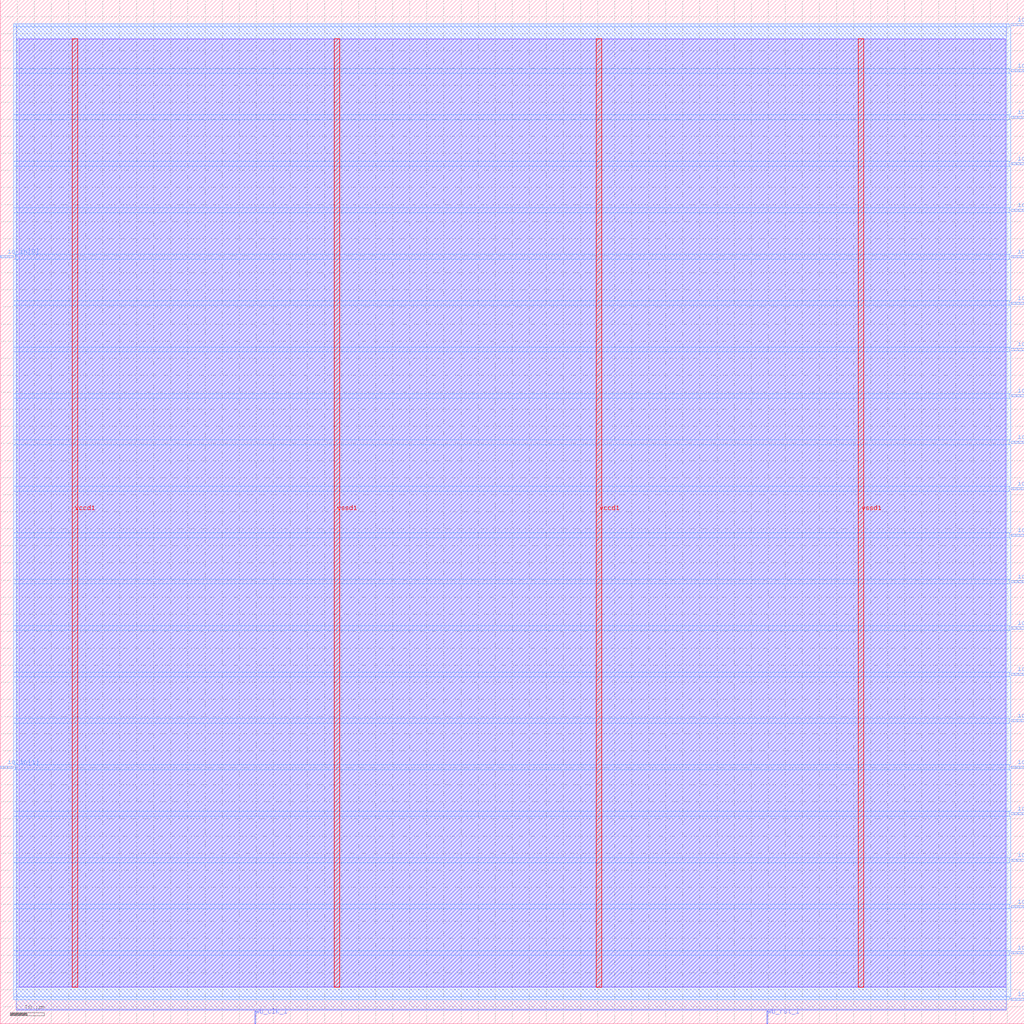
<source format=lef>
VERSION 5.7 ;
  NOWIREEXTENSIONATPIN ON ;
  DIVIDERCHAR "/" ;
  BUSBITCHARS "[]" ;
MACRO scoreboard_top
  CLASS BLOCK ;
  FOREIGN scoreboard_top ;
  ORIGIN 0.000 0.000 ;
  SIZE 300.000 BY 300.000 ;
  PIN io_in[0]
    DIRECTION INPUT ;
    USE SIGNAL ;
    ANTENNAGATEAREA 0.213000 ;
    PORT
      LAYER met3 ;
        RECT 0.000 224.440 4.000 225.040 ;
    END
  END io_in[0]
  PIN io_in[1]
    DIRECTION INPUT ;
    USE SIGNAL ;
    ANTENNAGATEAREA 0.159000 ;
    PORT
      LAYER met3 ;
        RECT 0.000 74.840 4.000 75.440 ;
    END
  END io_in[1]
  PIN io_oeb[0]
    DIRECTION OUTPUT TRISTATE ;
    USE SIGNAL ;
    PORT
      LAYER met3 ;
        RECT 296.000 278.840 300.000 279.440 ;
    END
  END io_oeb[0]
  PIN io_oeb[10]
    DIRECTION OUTPUT TRISTATE ;
    USE SIGNAL ;
    PORT
      LAYER met3 ;
        RECT 296.000 6.840 300.000 7.440 ;
    END
  END io_oeb[10]
  PIN io_oeb[1]
    DIRECTION OUTPUT TRISTATE ;
    USE SIGNAL ;
    PORT
      LAYER met3 ;
        RECT 296.000 251.640 300.000 252.240 ;
    END
  END io_oeb[1]
  PIN io_oeb[2]
    DIRECTION OUTPUT TRISTATE ;
    USE SIGNAL ;
    PORT
      LAYER met3 ;
        RECT 296.000 224.440 300.000 225.040 ;
    END
  END io_oeb[2]
  PIN io_oeb[3]
    DIRECTION OUTPUT TRISTATE ;
    USE SIGNAL ;
    PORT
      LAYER met3 ;
        RECT 296.000 197.240 300.000 197.840 ;
    END
  END io_oeb[3]
  PIN io_oeb[4]
    DIRECTION OUTPUT TRISTATE ;
    USE SIGNAL ;
    PORT
      LAYER met3 ;
        RECT 296.000 170.040 300.000 170.640 ;
    END
  END io_oeb[4]
  PIN io_oeb[5]
    DIRECTION OUTPUT TRISTATE ;
    USE SIGNAL ;
    PORT
      LAYER met3 ;
        RECT 296.000 142.840 300.000 143.440 ;
    END
  END io_oeb[5]
  PIN io_oeb[6]
    DIRECTION OUTPUT TRISTATE ;
    USE SIGNAL ;
    PORT
      LAYER met3 ;
        RECT 296.000 115.640 300.000 116.240 ;
    END
  END io_oeb[6]
  PIN io_oeb[7]
    DIRECTION OUTPUT TRISTATE ;
    USE SIGNAL ;
    PORT
      LAYER met3 ;
        RECT 296.000 88.440 300.000 89.040 ;
    END
  END io_oeb[7]
  PIN io_oeb[8]
    DIRECTION OUTPUT TRISTATE ;
    USE SIGNAL ;
    PORT
      LAYER met3 ;
        RECT 296.000 61.240 300.000 61.840 ;
    END
  END io_oeb[8]
  PIN io_oeb[9]
    DIRECTION OUTPUT TRISTATE ;
    USE SIGNAL ;
    PORT
      LAYER met3 ;
        RECT 296.000 34.040 300.000 34.640 ;
    END
  END io_oeb[9]
  PIN io_out[0]
    DIRECTION OUTPUT TRISTATE ;
    USE SIGNAL ;
    ANTENNADIFFAREA 2.673000 ;
    PORT
      LAYER met3 ;
        RECT 296.000 292.440 300.000 293.040 ;
    END
  END io_out[0]
  PIN io_out[10]
    DIRECTION OUTPUT TRISTATE ;
    USE SIGNAL ;
    ANTENNADIFFAREA 2.673000 ;
    PORT
      LAYER met3 ;
        RECT 296.000 20.440 300.000 21.040 ;
    END
  END io_out[10]
  PIN io_out[1]
    DIRECTION OUTPUT TRISTATE ;
    USE SIGNAL ;
    ANTENNADIFFAREA 2.673000 ;
    PORT
      LAYER met3 ;
        RECT 296.000 265.240 300.000 265.840 ;
    END
  END io_out[1]
  PIN io_out[2]
    DIRECTION OUTPUT TRISTATE ;
    USE SIGNAL ;
    ANTENNADIFFAREA 2.673000 ;
    PORT
      LAYER met3 ;
        RECT 296.000 238.040 300.000 238.640 ;
    END
  END io_out[2]
  PIN io_out[3]
    DIRECTION OUTPUT TRISTATE ;
    USE SIGNAL ;
    ANTENNADIFFAREA 2.673000 ;
    PORT
      LAYER met3 ;
        RECT 296.000 210.840 300.000 211.440 ;
    END
  END io_out[3]
  PIN io_out[4]
    DIRECTION OUTPUT TRISTATE ;
    USE SIGNAL ;
    ANTENNADIFFAREA 2.673000 ;
    PORT
      LAYER met3 ;
        RECT 296.000 183.640 300.000 184.240 ;
    END
  END io_out[4]
  PIN io_out[5]
    DIRECTION OUTPUT TRISTATE ;
    USE SIGNAL ;
    ANTENNADIFFAREA 2.673000 ;
    PORT
      LAYER met3 ;
        RECT 296.000 156.440 300.000 157.040 ;
    END
  END io_out[5]
  PIN io_out[6]
    DIRECTION OUTPUT TRISTATE ;
    USE SIGNAL ;
    ANTENNADIFFAREA 2.673000 ;
    PORT
      LAYER met3 ;
        RECT 296.000 129.240 300.000 129.840 ;
    END
  END io_out[6]
  PIN io_out[7]
    DIRECTION OUTPUT TRISTATE ;
    USE SIGNAL ;
    ANTENNADIFFAREA 2.673000 ;
    PORT
      LAYER met3 ;
        RECT 296.000 102.040 300.000 102.640 ;
    END
  END io_out[7]
  PIN io_out[8]
    DIRECTION OUTPUT TRISTATE ;
    USE SIGNAL ;
    ANTENNADIFFAREA 2.673000 ;
    PORT
      LAYER met3 ;
        RECT 296.000 74.840 300.000 75.440 ;
    END
  END io_out[8]
  PIN io_out[9]
    DIRECTION OUTPUT TRISTATE ;
    USE SIGNAL ;
    ANTENNADIFFAREA 2.673000 ;
    PORT
      LAYER met3 ;
        RECT 296.000 47.640 300.000 48.240 ;
    END
  END io_out[9]
  PIN vccd1
    DIRECTION INOUT ;
    USE POWER ;
    PORT
      LAYER met4 ;
        RECT 21.040 10.640 22.640 288.560 ;
    END
    PORT
      LAYER met4 ;
        RECT 174.640 10.640 176.240 288.560 ;
    END
  END vccd1
  PIN vssd1
    DIRECTION INOUT ;
    USE GROUND ;
    PORT
      LAYER met4 ;
        RECT 97.840 10.640 99.440 288.560 ;
    END
    PORT
      LAYER met4 ;
        RECT 251.440 10.640 253.040 288.560 ;
    END
  END vssd1
  PIN wb_clk_i
    DIRECTION INPUT ;
    USE SIGNAL ;
    ANTENNAGATEAREA 0.852000 ;
    PORT
      LAYER met2 ;
        RECT 74.610 0.000 74.890 4.000 ;
    END
  END wb_clk_i
  PIN wb_rst_i
    DIRECTION INPUT ;
    USE SIGNAL ;
    ANTENNAGATEAREA 0.247500 ;
    PORT
      LAYER met2 ;
        RECT 224.570 0.000 224.850 4.000 ;
    END
  END wb_rst_i
  OBS
      LAYER li1 ;
        RECT 5.520 10.795 294.400 288.405 ;
      LAYER met1 ;
        RECT 4.670 10.640 294.790 288.560 ;
      LAYER met2 ;
        RECT 4.690 4.280 294.770 292.925 ;
        RECT 4.690 4.000 74.330 4.280 ;
        RECT 75.170 4.000 224.290 4.280 ;
        RECT 225.130 4.000 294.770 4.280 ;
      LAYER met3 ;
        RECT 3.990 292.040 295.600 292.905 ;
        RECT 3.990 279.840 296.000 292.040 ;
        RECT 3.990 278.440 295.600 279.840 ;
        RECT 3.990 266.240 296.000 278.440 ;
        RECT 3.990 264.840 295.600 266.240 ;
        RECT 3.990 252.640 296.000 264.840 ;
        RECT 3.990 251.240 295.600 252.640 ;
        RECT 3.990 239.040 296.000 251.240 ;
        RECT 3.990 237.640 295.600 239.040 ;
        RECT 3.990 225.440 296.000 237.640 ;
        RECT 4.400 224.040 295.600 225.440 ;
        RECT 3.990 211.840 296.000 224.040 ;
        RECT 3.990 210.440 295.600 211.840 ;
        RECT 3.990 198.240 296.000 210.440 ;
        RECT 3.990 196.840 295.600 198.240 ;
        RECT 3.990 184.640 296.000 196.840 ;
        RECT 3.990 183.240 295.600 184.640 ;
        RECT 3.990 171.040 296.000 183.240 ;
        RECT 3.990 169.640 295.600 171.040 ;
        RECT 3.990 157.440 296.000 169.640 ;
        RECT 3.990 156.040 295.600 157.440 ;
        RECT 3.990 143.840 296.000 156.040 ;
        RECT 3.990 142.440 295.600 143.840 ;
        RECT 3.990 130.240 296.000 142.440 ;
        RECT 3.990 128.840 295.600 130.240 ;
        RECT 3.990 116.640 296.000 128.840 ;
        RECT 3.990 115.240 295.600 116.640 ;
        RECT 3.990 103.040 296.000 115.240 ;
        RECT 3.990 101.640 295.600 103.040 ;
        RECT 3.990 89.440 296.000 101.640 ;
        RECT 3.990 88.040 295.600 89.440 ;
        RECT 3.990 75.840 296.000 88.040 ;
        RECT 4.400 74.440 295.600 75.840 ;
        RECT 3.990 62.240 296.000 74.440 ;
        RECT 3.990 60.840 295.600 62.240 ;
        RECT 3.990 48.640 296.000 60.840 ;
        RECT 3.990 47.240 295.600 48.640 ;
        RECT 3.990 35.040 296.000 47.240 ;
        RECT 3.990 33.640 295.600 35.040 ;
        RECT 3.990 21.440 296.000 33.640 ;
        RECT 3.990 20.040 295.600 21.440 ;
        RECT 3.990 7.840 296.000 20.040 ;
        RECT 3.990 6.975 295.600 7.840 ;
  END
END scoreboard_top
END LIBRARY


</source>
